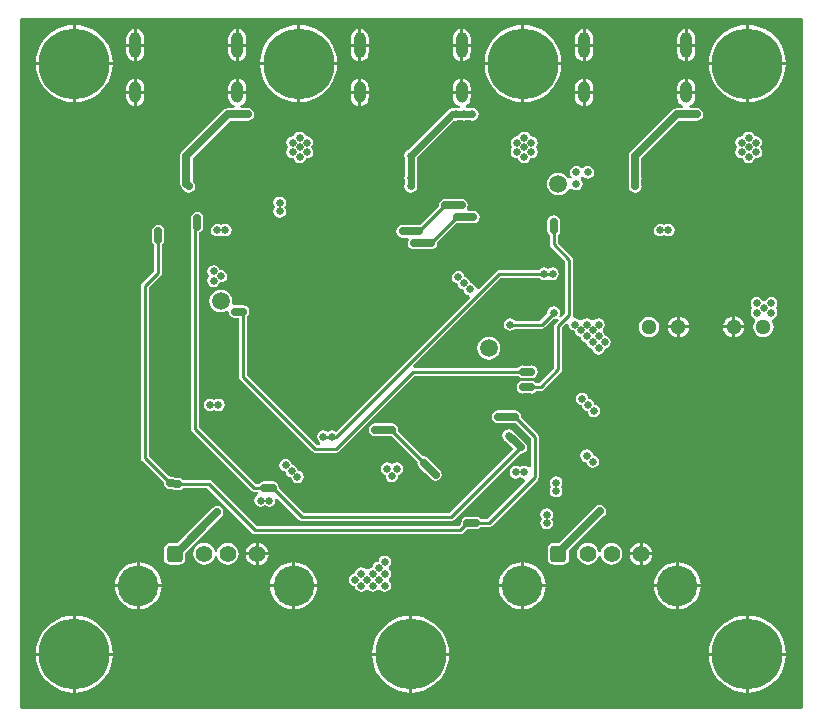
<source format=gbl>
G04*
G04 #@! TF.GenerationSoftware,Altium Limited,Altium Designer,20.0.13 (296)*
G04*
G04 Layer_Physical_Order=4*
G04 Layer_Color=16711680*
%FSLAX24Y24*%
%MOIN*%
G70*
G01*
G75*
%ADD10C,0.0098*%
G04:AMPARAMS|DCode=42|XSize=39.4mil|YSize=70.9mil|CornerRadius=19.7mil|HoleSize=0mil|Usage=FLASHONLY|Rotation=180.000|XOffset=0mil|YOffset=0mil|HoleType=Round|Shape=RoundedRectangle|*
%AMROUNDEDRECTD42*
21,1,0.0394,0.0315,0,0,180.0*
21,1,0.0000,0.0709,0,0,180.0*
1,1,0.0394,0.0000,0.0157*
1,1,0.0394,0.0000,0.0157*
1,1,0.0394,0.0000,-0.0157*
1,1,0.0394,0.0000,-0.0157*
%
%ADD42ROUNDEDRECTD42*%
G04:AMPARAMS|DCode=43|XSize=39.4mil|YSize=86.6mil|CornerRadius=19.7mil|HoleSize=0mil|Usage=FLASHONLY|Rotation=180.000|XOffset=0mil|YOffset=0mil|HoleType=Round|Shape=RoundedRectangle|*
%AMROUNDEDRECTD43*
21,1,0.0394,0.0472,0,0,180.0*
21,1,0.0000,0.0866,0,0,180.0*
1,1,0.0394,0.0000,0.0236*
1,1,0.0394,0.0000,0.0236*
1,1,0.0394,0.0000,-0.0236*
1,1,0.0394,0.0000,-0.0236*
%
%ADD43ROUNDEDRECTD43*%
%ADD49C,0.0100*%
%ADD50C,0.0230*%
%ADD51C,0.0250*%
%ADD57C,0.0591*%
%ADD58C,0.2362*%
%ADD59C,0.0559*%
G04:AMPARAMS|DCode=60|XSize=55.9mil|YSize=55.9mil|CornerRadius=14mil|HoleSize=0mil|Usage=FLASHONLY|Rotation=0.000|XOffset=0mil|YOffset=0mil|HoleType=Round|Shape=RoundedRectangle|*
%AMROUNDEDRECTD60*
21,1,0.0559,0.0280,0,0,0.0*
21,1,0.0280,0.0559,0,0,0.0*
1,1,0.0280,0.0140,-0.0140*
1,1,0.0280,-0.0140,-0.0140*
1,1,0.0280,-0.0140,0.0140*
1,1,0.0280,0.0140,0.0140*
%
%ADD60ROUNDEDRECTD60*%
%ADD61C,0.1358*%
%ADD62C,0.0512*%
%ADD63C,0.0256*%
G36*
X25984Y0D02*
X0D01*
Y22953D01*
X25984D01*
Y0D01*
D02*
G37*
%LPC*%
G36*
X3861Y22596D02*
Y22117D01*
X4110D01*
Y22303D01*
X4100Y22381D01*
X4070Y22453D01*
X4023Y22515D01*
X3961Y22562D01*
X3889Y22592D01*
X3861Y22596D01*
D02*
G37*
G36*
X14743D02*
Y22117D01*
X14992D01*
Y22303D01*
X14982Y22381D01*
X14952Y22453D01*
X14905Y22515D01*
X14843Y22562D01*
X14770Y22592D01*
X14743Y22596D01*
D02*
G37*
G36*
X7263Y22596D02*
Y22117D01*
X7512D01*
Y22303D01*
X7502Y22381D01*
X7472Y22453D01*
X7424Y22515D01*
X7362Y22562D01*
X7290Y22592D01*
X7263Y22596D01*
D02*
G37*
G36*
X18822D02*
Y22117D01*
X19071D01*
Y22303D01*
X19061Y22381D01*
X19031Y22453D01*
X18983Y22515D01*
X18921Y22562D01*
X18849Y22592D01*
X18822Y22596D01*
D02*
G37*
G36*
X11341Y22596D02*
Y22117D01*
X11591D01*
Y22303D01*
X11581Y22381D01*
X11551Y22453D01*
X11503Y22515D01*
X11441Y22562D01*
X11369Y22592D01*
X11341Y22596D01*
D02*
G37*
G36*
X22223D02*
Y22117D01*
X22473D01*
Y22303D01*
X22462Y22381D01*
X22433Y22453D01*
X22385Y22515D01*
X22323Y22562D01*
X22251Y22592D01*
X22223Y22596D01*
D02*
G37*
G36*
X22123Y22596D02*
X22096Y22592D01*
X22024Y22562D01*
X21962Y22515D01*
X21914Y22453D01*
X21884Y22381D01*
X21874Y22303D01*
Y22117D01*
X22123D01*
Y22596D01*
D02*
G37*
G36*
X11241D02*
X11214Y22592D01*
X11142Y22562D01*
X11080Y22515D01*
X11032Y22453D01*
X11002Y22381D01*
X10992Y22303D01*
Y22117D01*
X11241D01*
Y22596D01*
D02*
G37*
G36*
X7163Y22596D02*
X7135Y22592D01*
X7063Y22562D01*
X7001Y22515D01*
X6953Y22453D01*
X6923Y22381D01*
X6913Y22303D01*
Y22117D01*
X7163D01*
Y22596D01*
D02*
G37*
G36*
X18722D02*
X18694Y22592D01*
X18622Y22562D01*
X18560Y22515D01*
X18512Y22453D01*
X18482Y22381D01*
X18472Y22303D01*
Y22117D01*
X18722D01*
Y22596D01*
D02*
G37*
G36*
X14643Y22596D02*
X14615Y22592D01*
X14543Y22562D01*
X14481Y22515D01*
X14434Y22453D01*
X14404Y22381D01*
X14394Y22303D01*
Y22117D01*
X14643D01*
Y22596D01*
D02*
G37*
G36*
X3761D02*
X3734Y22592D01*
X3661Y22562D01*
X3599Y22515D01*
X3552Y22453D01*
X3522Y22381D01*
X3512Y22303D01*
Y22117D01*
X3761D01*
Y22596D01*
D02*
G37*
G36*
X4110Y22017D02*
X3861D01*
Y21538D01*
X3889Y21542D01*
X3961Y21571D01*
X4023Y21619D01*
X4070Y21681D01*
X4100Y21753D01*
X4110Y21831D01*
Y22017D01*
D02*
G37*
G36*
X22123D02*
X21874D01*
Y21831D01*
X21884Y21753D01*
X21914Y21681D01*
X21962Y21619D01*
X22024Y21571D01*
X22096Y21542D01*
X22123Y21538D01*
Y22017D01*
D02*
G37*
G36*
X14992D02*
X14743D01*
Y21538D01*
X14770Y21542D01*
X14843Y21571D01*
X14905Y21619D01*
X14952Y21681D01*
X14982Y21753D01*
X14992Y21831D01*
Y22017D01*
D02*
G37*
G36*
X11241D02*
X10992D01*
Y21831D01*
X11002Y21753D01*
X11032Y21681D01*
X11080Y21619D01*
X11142Y21571D01*
X11214Y21542D01*
X11241Y21538D01*
Y22017D01*
D02*
G37*
G36*
X19071D02*
X18822D01*
Y21538D01*
X18849Y21542D01*
X18921Y21571D01*
X18983Y21619D01*
X19031Y21681D01*
X19061Y21753D01*
X19071Y21831D01*
Y22017D01*
D02*
G37*
G36*
X7512D02*
X7263D01*
Y21538D01*
X7290Y21542D01*
X7362Y21571D01*
X7424Y21619D01*
X7472Y21681D01*
X7502Y21753D01*
X7512Y21831D01*
Y22017D01*
D02*
G37*
G36*
X18722D02*
X18472D01*
Y21831D01*
X18482Y21753D01*
X18512Y21681D01*
X18560Y21619D01*
X18622Y21571D01*
X18694Y21542D01*
X18722Y21538D01*
Y22017D01*
D02*
G37*
G36*
X7163D02*
X6913D01*
Y21831D01*
X6923Y21753D01*
X6953Y21681D01*
X7001Y21619D01*
X7063Y21571D01*
X7135Y21542D01*
X7163Y21538D01*
Y22017D01*
D02*
G37*
G36*
X11591D02*
X11341D01*
Y21538D01*
X11369Y21542D01*
X11441Y21571D01*
X11503Y21619D01*
X11551Y21681D01*
X11581Y21753D01*
X11591Y21831D01*
Y22017D01*
D02*
G37*
G36*
X14643D02*
X14394D01*
Y21831D01*
X14404Y21753D01*
X14434Y21681D01*
X14481Y21619D01*
X14543Y21571D01*
X14615Y21542D01*
X14643Y21538D01*
Y22017D01*
D02*
G37*
G36*
X22473D02*
X22223D01*
Y21538D01*
X22251Y21542D01*
X22323Y21571D01*
X22385Y21619D01*
X22433Y21681D01*
X22462Y21753D01*
X22473Y21831D01*
Y22017D01*
D02*
G37*
G36*
X3761D02*
X3512D01*
Y21831D01*
X3522Y21753D01*
X3552Y21681D01*
X3599Y21619D01*
X3661Y21571D01*
X3734Y21542D01*
X3761Y21538D01*
Y22017D01*
D02*
G37*
G36*
X24263Y22738D02*
Y21507D01*
X25494D01*
X25482Y21658D01*
X25435Y21854D01*
X25358Y22040D01*
X25252Y22212D01*
X25121Y22365D01*
X24968Y22496D01*
X24796Y22602D01*
X24610Y22679D01*
X24414Y22726D01*
X24263Y22738D01*
D02*
G37*
G36*
X24163D02*
X24012Y22726D01*
X23815Y22679D01*
X23629Y22602D01*
X23457Y22496D01*
X23304Y22365D01*
X23173Y22212D01*
X23068Y22040D01*
X22990Y21854D01*
X22943Y21658D01*
X22931Y21507D01*
X24163D01*
Y22738D01*
D02*
G37*
G36*
X16782D02*
Y21507D01*
X18013D01*
X18002Y21658D01*
X17954Y21854D01*
X17877Y22040D01*
X17772Y22212D01*
X17641Y22365D01*
X17488Y22496D01*
X17316Y22602D01*
X17129Y22679D01*
X16933Y22726D01*
X16782Y22738D01*
D02*
G37*
G36*
X16682D02*
X16531Y22726D01*
X16335Y22679D01*
X16149Y22602D01*
X15977Y22496D01*
X15824Y22365D01*
X15693Y22212D01*
X15587Y22040D01*
X15510Y21854D01*
X15463Y21658D01*
X15451Y21507D01*
X16682D01*
Y22738D01*
D02*
G37*
G36*
X9302D02*
Y21507D01*
X10533D01*
X10521Y21658D01*
X10474Y21854D01*
X10397Y22040D01*
X10292Y22212D01*
X10161Y22365D01*
X10007Y22496D01*
X9835Y22602D01*
X9649Y22679D01*
X9453Y22726D01*
X9302Y22738D01*
D02*
G37*
G36*
X9202D02*
X9051Y22726D01*
X8855Y22679D01*
X8669Y22602D01*
X8497Y22496D01*
X8343Y22365D01*
X8212Y22212D01*
X8107Y22040D01*
X8030Y21854D01*
X7983Y21658D01*
X7971Y21507D01*
X9202D01*
Y22738D01*
D02*
G37*
G36*
X1822D02*
Y21507D01*
X3053D01*
X3041Y21658D01*
X2994Y21854D01*
X2917Y22040D01*
X2811Y22212D01*
X2680Y22365D01*
X2527Y22496D01*
X2355Y22602D01*
X2169Y22679D01*
X1973Y22726D01*
X1822Y22738D01*
D02*
G37*
G36*
X1722D02*
X1571Y22726D01*
X1375Y22679D01*
X1188Y22602D01*
X1016Y22496D01*
X863Y22365D01*
X732Y22212D01*
X627Y22040D01*
X549Y21854D01*
X502Y21658D01*
X491Y21507D01*
X1722D01*
Y22738D01*
D02*
G37*
G36*
X3861Y20942D02*
Y20542D01*
X4110D01*
Y20650D01*
X4100Y20727D01*
X4070Y20799D01*
X4023Y20861D01*
X3961Y20909D01*
X3889Y20939D01*
X3861Y20942D01*
D02*
G37*
G36*
X14743D02*
Y20542D01*
X14992D01*
Y20650D01*
X14982Y20727D01*
X14952Y20799D01*
X14905Y20861D01*
X14843Y20909D01*
X14770Y20939D01*
X14743Y20942D01*
D02*
G37*
G36*
X7263Y20942D02*
Y20542D01*
X7512D01*
Y20650D01*
X7502Y20727D01*
X7472Y20799D01*
X7424Y20861D01*
X7362Y20909D01*
X7290Y20939D01*
X7263Y20942D01*
D02*
G37*
G36*
X18822D02*
Y20542D01*
X19071D01*
Y20650D01*
X19061Y20727D01*
X19031Y20799D01*
X18983Y20861D01*
X18921Y20909D01*
X18849Y20939D01*
X18822Y20942D01*
D02*
G37*
G36*
X11341Y20942D02*
Y20542D01*
X11591D01*
Y20650D01*
X11581Y20727D01*
X11551Y20799D01*
X11503Y20861D01*
X11441Y20909D01*
X11369Y20939D01*
X11341Y20942D01*
D02*
G37*
G36*
X22223D02*
Y20542D01*
X22473D01*
Y20650D01*
X22462Y20727D01*
X22433Y20799D01*
X22385Y20861D01*
X22323Y20909D01*
X22251Y20939D01*
X22223Y20942D01*
D02*
G37*
G36*
X22123Y20942D02*
X22096Y20939D01*
X22024Y20909D01*
X21962Y20861D01*
X21914Y20799D01*
X21884Y20727D01*
X21874Y20650D01*
Y20542D01*
X22123D01*
Y20942D01*
D02*
G37*
G36*
X11241D02*
X11214Y20939D01*
X11142Y20909D01*
X11080Y20861D01*
X11032Y20799D01*
X11002Y20727D01*
X10992Y20650D01*
Y20542D01*
X11241D01*
Y20942D01*
D02*
G37*
G36*
X7163Y20942D02*
X7135Y20939D01*
X7063Y20909D01*
X7001Y20861D01*
X6953Y20799D01*
X6923Y20727D01*
X6913Y20650D01*
Y20542D01*
X7163D01*
Y20942D01*
D02*
G37*
G36*
X18722D02*
X18694Y20939D01*
X18622Y20909D01*
X18560Y20861D01*
X18512Y20799D01*
X18482Y20727D01*
X18472Y20650D01*
Y20542D01*
X18722D01*
Y20942D01*
D02*
G37*
G36*
X14643Y20942D02*
X14615Y20939D01*
X14543Y20909D01*
X14481Y20861D01*
X14434Y20799D01*
X14404Y20727D01*
X14394Y20650D01*
Y20542D01*
X14643D01*
Y20942D01*
D02*
G37*
G36*
X3761D02*
X3734Y20939D01*
X3661Y20909D01*
X3599Y20861D01*
X3552Y20799D01*
X3522Y20727D01*
X3512Y20650D01*
Y20542D01*
X3761D01*
Y20942D01*
D02*
G37*
G36*
X25494Y21407D02*
X24263D01*
Y20176D01*
X24414Y20187D01*
X24610Y20235D01*
X24796Y20312D01*
X24968Y20417D01*
X25121Y20548D01*
X25252Y20701D01*
X25358Y20873D01*
X25435Y21060D01*
X25482Y21256D01*
X25494Y21407D01*
D02*
G37*
G36*
X24163D02*
X22931D01*
X22943Y21256D01*
X22990Y21060D01*
X23068Y20873D01*
X23173Y20701D01*
X23304Y20548D01*
X23457Y20417D01*
X23629Y20312D01*
X23815Y20235D01*
X24012Y20187D01*
X24163Y20176D01*
Y21407D01*
D02*
G37*
G36*
X18013D02*
X16782D01*
Y20176D01*
X16933Y20187D01*
X17129Y20235D01*
X17316Y20312D01*
X17488Y20417D01*
X17641Y20548D01*
X17772Y20701D01*
X17877Y20873D01*
X17954Y21060D01*
X18002Y21256D01*
X18013Y21407D01*
D02*
G37*
G36*
X16682D02*
X15451D01*
X15463Y21256D01*
X15510Y21060D01*
X15587Y20873D01*
X15693Y20701D01*
X15824Y20548D01*
X15977Y20417D01*
X16149Y20312D01*
X16335Y20235D01*
X16531Y20187D01*
X16682Y20176D01*
Y21407D01*
D02*
G37*
G36*
X10533D02*
X9302D01*
Y20176D01*
X9453Y20187D01*
X9649Y20235D01*
X9835Y20312D01*
X10007Y20417D01*
X10161Y20548D01*
X10292Y20701D01*
X10397Y20873D01*
X10474Y21060D01*
X10521Y21256D01*
X10533Y21407D01*
D02*
G37*
G36*
X9202D02*
X7971D01*
X7983Y21256D01*
X8030Y21060D01*
X8107Y20873D01*
X8212Y20701D01*
X8343Y20548D01*
X8497Y20417D01*
X8669Y20312D01*
X8855Y20235D01*
X9051Y20187D01*
X9202Y20176D01*
Y21407D01*
D02*
G37*
G36*
X3053D02*
X1822D01*
Y20176D01*
X1973Y20187D01*
X2169Y20235D01*
X2355Y20312D01*
X2527Y20417D01*
X2680Y20548D01*
X2811Y20701D01*
X2917Y20873D01*
X2994Y21060D01*
X3041Y21256D01*
X3053Y21407D01*
D02*
G37*
G36*
X1722D02*
X491D01*
X502Y21256D01*
X549Y21060D01*
X627Y20873D01*
X732Y20701D01*
X863Y20548D01*
X1016Y20417D01*
X1188Y20312D01*
X1375Y20235D01*
X1571Y20187D01*
X1722Y20176D01*
Y21407D01*
D02*
G37*
G36*
X4110Y20442D02*
X3861D01*
Y20042D01*
X3889Y20045D01*
X3961Y20075D01*
X4023Y20123D01*
X4070Y20185D01*
X4100Y20257D01*
X4110Y20335D01*
Y20442D01*
D02*
G37*
G36*
X11241D02*
X10992D01*
Y20335D01*
X11002Y20257D01*
X11032Y20185D01*
X11080Y20123D01*
X11142Y20075D01*
X11214Y20045D01*
X11241Y20042D01*
Y20442D01*
D02*
G37*
G36*
X19071D02*
X18822D01*
Y20042D01*
X18849Y20045D01*
X18921Y20075D01*
X18983Y20123D01*
X19031Y20185D01*
X19061Y20257D01*
X19071Y20335D01*
Y20442D01*
D02*
G37*
G36*
X18722D02*
X18472D01*
Y20335D01*
X18482Y20257D01*
X18512Y20185D01*
X18560Y20123D01*
X18622Y20075D01*
X18694Y20045D01*
X18722Y20042D01*
Y20442D01*
D02*
G37*
G36*
X11591D02*
X11341D01*
Y20042D01*
X11369Y20045D01*
X11441Y20075D01*
X11503Y20123D01*
X11551Y20185D01*
X11581Y20257D01*
X11591Y20335D01*
Y20442D01*
D02*
G37*
G36*
X3761D02*
X3512D01*
Y20335D01*
X3522Y20257D01*
X3552Y20185D01*
X3599Y20123D01*
X3661Y20075D01*
X3734Y20045D01*
X3761Y20042D01*
Y20442D01*
D02*
G37*
G36*
X22473D02*
X22173D01*
X21874D01*
Y20335D01*
X21884Y20257D01*
X21914Y20185D01*
X21962Y20123D01*
X22024Y20075D01*
X22078Y20053D01*
X22062Y19973D01*
X21984D01*
X21969Y19976D01*
X21953Y19973D01*
X21850D01*
X21850Y19973D01*
X21770Y19957D01*
X21703Y19912D01*
X20335Y18544D01*
X20323Y18536D01*
X20277Y18467D01*
X20260Y18386D01*
X20263Y18371D01*
Y17653D01*
X20260Y17638D01*
X20263Y17623D01*
Y17377D01*
X20260Y17362D01*
X20277Y17281D01*
X20323Y17212D01*
X20391Y17166D01*
X20472Y17150D01*
X20554Y17166D01*
X20622Y17212D01*
X20668Y17281D01*
X20684Y17362D01*
X20681Y17377D01*
Y17623D01*
X20684Y17638D01*
X20681Y17653D01*
Y18299D01*
X21937Y19555D01*
X21953D01*
X21969Y19552D01*
X21984Y19555D01*
X22229D01*
X22244Y19552D01*
X22259Y19555D01*
X22505D01*
X22520Y19552D01*
X22601Y19568D01*
X22670Y19614D01*
X22716Y19683D01*
X22732Y19764D01*
X22716Y19845D01*
X22670Y19914D01*
X22601Y19960D01*
X22520Y19976D01*
X22505Y19973D01*
X22284D01*
X22268Y20053D01*
X22323Y20075D01*
X22385Y20123D01*
X22433Y20185D01*
X22462Y20257D01*
X22473Y20335D01*
Y20442D01*
D02*
G37*
G36*
X7512D02*
X7213D01*
X6913D01*
Y20335D01*
X6923Y20257D01*
X6953Y20185D01*
X7001Y20123D01*
X7063Y20075D01*
X7117Y20053D01*
X7101Y19973D01*
X7023D01*
X7008Y19976D01*
X6993Y19973D01*
X6890D01*
X6890Y19973D01*
X6810Y19957D01*
X6742Y19912D01*
X5375Y18544D01*
X5362Y18536D01*
X5316Y18467D01*
X5300Y18386D01*
X5303Y18371D01*
Y17653D01*
X5300Y17638D01*
X5303Y17623D01*
Y17441D01*
X5303Y17441D01*
X5319Y17361D01*
X5364Y17293D01*
X5432Y17225D01*
X5441Y17212D01*
X5509Y17166D01*
X5591Y17150D01*
X5672Y17166D01*
X5740Y17212D01*
X5786Y17281D01*
X5803Y17362D01*
X5786Y17443D01*
X5740Y17512D01*
X5728Y17521D01*
X5721Y17528D01*
Y17623D01*
X5724Y17638D01*
X5721Y17653D01*
Y18299D01*
X6976Y19555D01*
X6993D01*
X7008Y19552D01*
X7023Y19555D01*
X7268D01*
X7283Y19552D01*
X7299Y19555D01*
X7544D01*
X7559Y19552D01*
X7640Y19568D01*
X7709Y19614D01*
X7755Y19683D01*
X7771Y19764D01*
X7755Y19845D01*
X7709Y19914D01*
X7640Y19960D01*
X7559Y19976D01*
X7544Y19973D01*
X7324D01*
X7308Y20053D01*
X7362Y20075D01*
X7424Y20123D01*
X7472Y20185D01*
X7502Y20257D01*
X7512Y20335D01*
Y20442D01*
D02*
G37*
G36*
X14992D02*
X14693D01*
X14394D01*
Y20335D01*
X14404Y20257D01*
X14434Y20185D01*
X14481Y20123D01*
X14543Y20075D01*
X14615Y20045D01*
X14637Y20043D01*
X14632Y19963D01*
X14555D01*
X14488Y19976D01*
X14422Y19963D01*
X14370D01*
X14294Y19947D01*
X14229Y19904D01*
X12898Y18573D01*
X12842Y18536D01*
X12796Y18467D01*
X12780Y18386D01*
X12793Y18319D01*
Y17704D01*
X12780Y17638D01*
X12793Y17571D01*
Y17429D01*
X12780Y17362D01*
X12796Y17281D01*
X12842Y17212D01*
X12911Y17166D01*
X12992Y17150D01*
X13073Y17166D01*
X13142Y17212D01*
X13188Y17281D01*
X13204Y17362D01*
X13191Y17429D01*
Y17571D01*
X13204Y17638D01*
X13191Y17704D01*
Y18303D01*
X14447Y19560D01*
X14488Y19552D01*
X14555Y19565D01*
X14697D01*
X14764Y19552D01*
X14830Y19565D01*
X14973D01*
X15039Y19552D01*
X15121Y19568D01*
X15189Y19614D01*
X15235Y19683D01*
X15251Y19764D01*
X15235Y19845D01*
X15189Y19914D01*
X15121Y19960D01*
X15039Y19976D01*
X14973Y19963D01*
X14857D01*
X14832Y19984D01*
X14842Y20073D01*
X14847Y20079D01*
X14905Y20123D01*
X14952Y20185D01*
X14982Y20257D01*
X14992Y20335D01*
Y20442D01*
D02*
G37*
G36*
X24252Y19188D02*
X24171Y19172D01*
X24102Y19126D01*
X24056Y19058D01*
X24049Y19024D01*
X24016Y19031D01*
X23935Y19015D01*
X23866Y18969D01*
X23820Y18900D01*
X23804Y18819D01*
X23820Y18738D01*
X23828Y18725D01*
X23862Y18661D01*
X23828Y18598D01*
X23820Y18585D01*
X23804Y18504D01*
X23820Y18423D01*
X23866Y18354D01*
X23935Y18308D01*
X24016Y18292D01*
X24049Y18299D01*
X24056Y18265D01*
X24102Y18197D01*
X24171Y18151D01*
X24252Y18134D01*
X24333Y18151D01*
X24402Y18197D01*
X24448Y18265D01*
X24454Y18299D01*
X24488Y18292D01*
X24569Y18308D01*
X24638Y18354D01*
X24684Y18423D01*
X24700Y18504D01*
X24684Y18585D01*
X24676Y18598D01*
X24642Y18661D01*
X24676Y18725D01*
X24684Y18738D01*
X24700Y18819D01*
X24684Y18900D01*
X24638Y18969D01*
X24569Y19015D01*
X24488Y19031D01*
X24454Y19024D01*
X24448Y19058D01*
X24402Y19126D01*
X24333Y19172D01*
X24252Y19188D01*
D02*
G37*
G36*
X16772D02*
X16691Y19172D01*
X16622Y19126D01*
X16576Y19058D01*
X16569Y19024D01*
X16535Y19031D01*
X16454Y19015D01*
X16386Y18969D01*
X16340Y18900D01*
X16323Y18819D01*
X16340Y18738D01*
X16348Y18725D01*
X16382Y18661D01*
X16348Y18598D01*
X16340Y18585D01*
X16323Y18504D01*
X16340Y18423D01*
X16386Y18354D01*
X16454Y18308D01*
X16535Y18292D01*
X16569Y18299D01*
X16576Y18265D01*
X16622Y18197D01*
X16691Y18151D01*
X16772Y18134D01*
X16853Y18151D01*
X16922Y18197D01*
X16968Y18265D01*
X16974Y18299D01*
X17008Y18292D01*
X17089Y18308D01*
X17158Y18354D01*
X17204Y18423D01*
X17220Y18504D01*
X17204Y18585D01*
X17195Y18598D01*
X17162Y18661D01*
X17195Y18725D01*
X17204Y18738D01*
X17220Y18819D01*
X17204Y18900D01*
X17158Y18969D01*
X17089Y19015D01*
X17008Y19031D01*
X16974Y19024D01*
X16968Y19058D01*
X16922Y19126D01*
X16853Y19172D01*
X16772Y19188D01*
D02*
G37*
G36*
X9291D02*
X9210Y19172D01*
X9141Y19126D01*
X9095Y19058D01*
X9089Y19024D01*
X9055Y19031D01*
X8974Y19015D01*
X8905Y18969D01*
X8859Y18900D01*
X8843Y18819D01*
X8859Y18738D01*
X8868Y18725D01*
X8901Y18661D01*
X8868Y18598D01*
X8859Y18585D01*
X8843Y18504D01*
X8859Y18423D01*
X8905Y18354D01*
X8974Y18308D01*
X9055Y18292D01*
X9089Y18299D01*
X9095Y18265D01*
X9141Y18197D01*
X9210Y18151D01*
X9291Y18134D01*
X9372Y18151D01*
X9441Y18197D01*
X9487Y18265D01*
X9494Y18299D01*
X9528Y18292D01*
X9609Y18308D01*
X9677Y18354D01*
X9723Y18423D01*
X9740Y18504D01*
X9723Y18585D01*
X9715Y18598D01*
X9681Y18661D01*
X9715Y18725D01*
X9723Y18738D01*
X9740Y18819D01*
X9723Y18900D01*
X9677Y18969D01*
X9609Y19015D01*
X9528Y19031D01*
X9494Y19024D01*
X9487Y19058D01*
X9441Y19126D01*
X9372Y19172D01*
X9291Y19188D01*
D02*
G37*
G36*
X18898Y18047D02*
X18816Y18031D01*
X18748Y17985D01*
X18654D01*
X18585Y18031D01*
X18504Y18047D01*
X18423Y18031D01*
X18354Y17985D01*
X18308Y17916D01*
X18292Y17835D01*
X18308Y17754D01*
X18354Y17685D01*
Y17661D01*
X18326Y17635D01*
X18297Y17634D01*
X18225Y17652D01*
X18181Y17709D01*
X18103Y17769D01*
X18011Y17807D01*
X17913Y17819D01*
X17815Y17807D01*
X17724Y17769D01*
X17646Y17709D01*
X17586Y17630D01*
X17548Y17539D01*
X17535Y17441D01*
X17548Y17343D01*
X17586Y17252D01*
X17646Y17173D01*
X17724Y17113D01*
X17815Y17075D01*
X17913Y17062D01*
X18011Y17075D01*
X18103Y17113D01*
X18181Y17173D01*
X18241Y17252D01*
X18258Y17291D01*
X18348Y17300D01*
X18354Y17291D01*
X18423Y17245D01*
X18504Y17229D01*
X18585Y17245D01*
X18654Y17291D01*
X18700Y17360D01*
X18716Y17441D01*
X18700Y17522D01*
X18654Y17591D01*
Y17685D01*
X18748D01*
X18816Y17639D01*
X18898Y17623D01*
X18979Y17639D01*
X19048Y17685D01*
X19094Y17754D01*
X19110Y17835D01*
X19094Y17916D01*
X19048Y17985D01*
X18979Y18031D01*
X18898Y18047D01*
D02*
G37*
G36*
X14685Y16944D02*
X14670Y16941D01*
X14425D01*
X14409Y16944D01*
X14394Y16941D01*
X14149D01*
X14134Y16944D01*
X14053Y16928D01*
X13984Y16882D01*
X13938Y16813D01*
X13922Y16732D01*
X13926Y16712D01*
X13288Y16074D01*
X13268Y16078D01*
X13253Y16075D01*
X13007D01*
X12992Y16078D01*
X12977Y16075D01*
X12732D01*
X12717Y16078D01*
X12635Y16062D01*
X12567Y16016D01*
X12521Y15947D01*
X12505Y15866D01*
X12521Y15785D01*
X12567Y15716D01*
X12635Y15670D01*
X12717Y15654D01*
X12732Y15657D01*
X12887D01*
X12930Y15577D01*
X12914Y15554D01*
X12898Y15472D01*
X12914Y15391D01*
X12960Y15323D01*
X13029Y15277D01*
X13110Y15260D01*
X13125Y15263D01*
X13371D01*
X13386Y15260D01*
X13401Y15263D01*
X13646D01*
X13661Y15260D01*
X13743Y15277D01*
X13811Y15323D01*
X13857Y15391D01*
X13873Y15472D01*
X13869Y15493D01*
X14507Y16131D01*
X14528Y16127D01*
X14543Y16130D01*
X14788D01*
X14803Y16127D01*
X14818Y16130D01*
X15064D01*
X15079Y16127D01*
X15160Y16143D01*
X15229Y16189D01*
X15275Y16257D01*
X15291Y16339D01*
X15275Y16420D01*
X15229Y16489D01*
X15160Y16534D01*
X15079Y16551D01*
X15064Y16548D01*
X14908D01*
X14865Y16628D01*
X14881Y16651D01*
X14897Y16732D01*
X14881Y16813D01*
X14835Y16882D01*
X14766Y16928D01*
X14685Y16944D01*
D02*
G37*
G36*
X8622Y17023D02*
X8541Y17007D01*
X8472Y16961D01*
X8426Y16892D01*
X8410Y16811D01*
X8426Y16730D01*
X8464Y16673D01*
X8426Y16617D01*
X8410Y16535D01*
X8426Y16454D01*
X8472Y16386D01*
X8541Y16340D01*
X8622Y16323D01*
X8703Y16340D01*
X8772Y16386D01*
X8818Y16454D01*
X8834Y16535D01*
X8818Y16617D01*
X8780Y16673D01*
X8818Y16730D01*
X8834Y16811D01*
X8818Y16892D01*
X8772Y16961D01*
X8703Y17007D01*
X8622Y17023D01*
D02*
G37*
G36*
X21575Y16118D02*
X21494Y16101D01*
X21437Y16064D01*
X21380Y16101D01*
X21299Y16118D01*
X21218Y16101D01*
X21149Y16055D01*
X21103Y15987D01*
X21087Y15906D01*
X21103Y15824D01*
X21149Y15756D01*
X21218Y15710D01*
X21299Y15693D01*
X21380Y15710D01*
X21437Y15747D01*
X21494Y15710D01*
X21575Y15693D01*
X21656Y15710D01*
X21725Y15756D01*
X21771Y15824D01*
X21787Y15906D01*
X21771Y15987D01*
X21725Y16055D01*
X21656Y16101D01*
X21575Y16118D01*
D02*
G37*
G36*
X6811D02*
X6730Y16101D01*
X6673Y16064D01*
X6617Y16101D01*
X6535Y16118D01*
X6454Y16101D01*
X6386Y16055D01*
X6340Y15987D01*
X6323Y15906D01*
X6340Y15824D01*
X6386Y15756D01*
X6454Y15710D01*
X6535Y15693D01*
X6617Y15710D01*
X6673Y15747D01*
X6730Y15710D01*
X6811Y15693D01*
X6892Y15710D01*
X6961Y15756D01*
X7007Y15824D01*
X7023Y15906D01*
X7007Y15987D01*
X6961Y16055D01*
X6892Y16101D01*
X6811Y16118D01*
D02*
G37*
G36*
X17717Y14661D02*
X17635Y14645D01*
X17579Y14607D01*
X17522Y14645D01*
X17441Y14661D01*
X17360Y14645D01*
X17291Y14599D01*
X17279Y14581D01*
X15945D01*
X15894Y14571D01*
X15851Y14543D01*
X15249Y13940D01*
X15166Y13971D01*
X15157Y14018D01*
X15111Y14087D01*
X15042Y14133D01*
X14973Y14147D01*
X14960Y14215D01*
X14914Y14284D01*
X14845Y14330D01*
X14776Y14343D01*
X14763Y14412D01*
X14717Y14481D01*
X14648Y14527D01*
X14567Y14543D01*
X14486Y14527D01*
X14417Y14481D01*
X14371Y14412D01*
X14355Y14331D01*
X14371Y14250D01*
X14417Y14181D01*
X14486Y14135D01*
X14554Y14121D01*
X14568Y14053D01*
X14614Y13984D01*
X14683Y13938D01*
X14751Y13924D01*
X14765Y13856D01*
X14811Y13787D01*
X14879Y13741D01*
X14927Y13732D01*
X14958Y13649D01*
X10486Y9178D01*
X10435Y9212D01*
X10354Y9228D01*
X10273Y9212D01*
X10217Y9174D01*
X10160Y9212D01*
X10079Y9228D01*
X9998Y9212D01*
X9929Y9166D01*
X9883Y9097D01*
X9867Y9016D01*
X9883Y8935D01*
X9929Y8866D01*
X9976Y8835D01*
X9951Y8755D01*
X9858D01*
X7534Y11079D01*
Y13027D01*
X7552Y13039D01*
X7597Y13108D01*
X7614Y13189D01*
X7597Y13270D01*
X7552Y13339D01*
X7483Y13385D01*
X7402Y13401D01*
X7386Y13398D01*
X7141D01*
X7126Y13401D01*
X7084Y13393D01*
X7049Y13421D01*
X7021Y13458D01*
X7032Y13543D01*
X7019Y13641D01*
X6981Y13733D01*
X6921Y13811D01*
X6843Y13871D01*
X6752Y13909D01*
X6654Y13922D01*
X6556Y13909D01*
X6464Y13871D01*
X6386Y13811D01*
X6326Y13733D01*
X6288Y13641D01*
X6275Y13543D01*
X6288Y13445D01*
X6326Y13354D01*
X6386Y13276D01*
X6464Y13216D01*
X6556Y13178D01*
X6654Y13165D01*
X6752Y13178D01*
X6837Y13213D01*
X6863Y13205D01*
X6917Y13172D01*
X6930Y13108D01*
X6976Y13039D01*
X7045Y12993D01*
X7126Y12977D01*
X7141Y12980D01*
X7269D01*
Y11024D01*
X7279Y10973D01*
X7308Y10930D01*
X9709Y8528D01*
X9752Y8500D01*
X9803Y8490D01*
X10512D01*
X10563Y8500D01*
X10606Y8528D01*
X13126Y11049D01*
X16571D01*
X16582Y11031D01*
X16651Y10985D01*
X16732Y10969D01*
X16747Y10972D01*
X16993D01*
X17008Y10969D01*
X17089Y10985D01*
X17158Y11031D01*
X17204Y11100D01*
X17220Y11181D01*
X17204Y11262D01*
X17158Y11331D01*
X17089Y11377D01*
X17008Y11393D01*
X16993Y11390D01*
X16747D01*
X16732Y11393D01*
X16651Y11377D01*
X16582Y11331D01*
X16571Y11314D01*
X13110D01*
X13077Y11394D01*
X16000Y14316D01*
X17279D01*
X17291Y14299D01*
X17360Y14253D01*
X17441Y14237D01*
X17522Y14253D01*
X17579Y14291D01*
X17635Y14253D01*
X17717Y14237D01*
X17798Y14253D01*
X17866Y14299D01*
X17912Y14368D01*
X17929Y14449D01*
X17912Y14530D01*
X17866Y14599D01*
X17798Y14645D01*
X17717Y14661D01*
D02*
G37*
G36*
X6417Y14740D02*
X6336Y14723D01*
X6267Y14677D01*
X6221Y14609D01*
X6205Y14528D01*
X6221Y14446D01*
X6230Y14434D01*
X6263Y14370D01*
X6230Y14306D01*
X6221Y14294D01*
X6205Y14213D01*
X6221Y14131D01*
X6267Y14063D01*
X6336Y14017D01*
X6417Y14001D01*
X6498Y14017D01*
X6567Y14063D01*
X6613Y14131D01*
X6620Y14165D01*
X6654Y14158D01*
X6735Y14174D01*
X6803Y14220D01*
X6849Y14289D01*
X6866Y14370D01*
X6849Y14451D01*
X6803Y14520D01*
X6735Y14566D01*
X6654Y14582D01*
X6620Y14575D01*
X6613Y14609D01*
X6567Y14677D01*
X6498Y14723D01*
X6417Y14740D01*
D02*
G37*
G36*
X25000Y13677D02*
X24919Y13660D01*
X24850Y13614D01*
X24805Y13547D01*
X24799Y13546D01*
X24728D01*
X24723Y13547D01*
X24677Y13614D01*
X24609Y13660D01*
X24528Y13677D01*
X24446Y13660D01*
X24378Y13614D01*
X24332Y13546D01*
X24316Y13465D01*
X24332Y13383D01*
X24340Y13371D01*
X24374Y13307D01*
X24340Y13243D01*
X24332Y13231D01*
X24316Y13150D01*
X24332Y13068D01*
X24378Y13000D01*
X24437Y12960D01*
X24449Y12941D01*
X24467Y12868D01*
X24451Y12847D01*
X24417Y12765D01*
X24405Y12677D01*
X24417Y12589D01*
X24451Y12508D01*
X24505Y12438D01*
X24575Y12384D01*
X24656Y12350D01*
X24744Y12338D01*
X24832Y12350D01*
X24913Y12384D01*
X24984Y12438D01*
X25038Y12508D01*
X25071Y12589D01*
X25083Y12677D01*
X25071Y12765D01*
X25038Y12847D01*
X25026Y12861D01*
X25059Y12949D01*
X25081Y12954D01*
X25150Y13000D01*
X25196Y13068D01*
X25212Y13150D01*
X25196Y13231D01*
X25187Y13243D01*
X25154Y13307D01*
X25187Y13371D01*
X25196Y13383D01*
X25212Y13465D01*
X25196Y13546D01*
X25150Y13614D01*
X25081Y13660D01*
X25000Y13677D01*
D02*
G37*
G36*
X17756Y16393D02*
X17675Y16377D01*
X17606Y16331D01*
X17560Y16262D01*
X17544Y16181D01*
X17547Y16166D01*
Y15921D01*
X17544Y15906D01*
X17560Y15824D01*
X17606Y15756D01*
X17623Y15744D01*
Y15433D01*
X17633Y15382D01*
X17662Y15339D01*
X18135Y14866D01*
Y13126D01*
X17988Y12978D01*
X17926Y13029D01*
X17929Y13035D01*
X17952Y13068D01*
X17968Y13150D01*
X17952Y13231D01*
X17906Y13300D01*
X17837Y13345D01*
X17756Y13362D01*
X17675Y13345D01*
X17606Y13300D01*
X17560Y13231D01*
X17544Y13150D01*
X17548Y13129D01*
X17307Y12888D01*
X16461D01*
X16449Y12906D01*
X16380Y12952D01*
X16299Y12968D01*
X16218Y12952D01*
X16149Y12906D01*
X16103Y12837D01*
X16087Y12756D01*
X16103Y12675D01*
X16149Y12606D01*
X16218Y12560D01*
X16299Y12544D01*
X16380Y12560D01*
X16449Y12606D01*
X16461Y12623D01*
X17362D01*
X17413Y12633D01*
X17456Y12662D01*
X17735Y12942D01*
X17756Y12938D01*
X17837Y12954D01*
X17870Y12976D01*
X17876Y12980D01*
X17927Y12918D01*
X17820Y12810D01*
X17791Y12767D01*
X17781Y12717D01*
Y11315D01*
X17268Y10802D01*
X17169D01*
X17158Y10819D01*
X17089Y10865D01*
X17008Y10881D01*
X16993Y10878D01*
X16747D01*
X16732Y10881D01*
X16651Y10865D01*
X16582Y10819D01*
X16536Y10750D01*
X16520Y10669D01*
X16536Y10588D01*
X16582Y10519D01*
X16651Y10473D01*
X16732Y10457D01*
X16747Y10460D01*
X16993D01*
X17008Y10457D01*
X17089Y10473D01*
X17158Y10519D01*
X17169Y10537D01*
X17323D01*
X17374Y10547D01*
X17417Y10576D01*
X18007Y11166D01*
X18036Y11209D01*
X18046Y11260D01*
Y12662D01*
X18179Y12794D01*
X18253Y12756D01*
X18269Y12675D01*
X18315Y12606D01*
X18383Y12560D01*
X18452Y12546D01*
X18466Y12478D01*
X18511Y12409D01*
X18580Y12363D01*
X18649Y12350D01*
X18662Y12281D01*
X18708Y12212D01*
X18777Y12166D01*
X18846Y12153D01*
X18859Y12084D01*
X18905Y12015D01*
X18974Y11969D01*
X19042Y11956D01*
X19056Y11887D01*
X19102Y11819D01*
X19171Y11773D01*
X19252Y11756D01*
X19333Y11773D01*
X19402Y11819D01*
X19448Y11887D01*
X19461Y11956D01*
X19530Y11969D01*
X19599Y12015D01*
X19645Y12084D01*
X19661Y12165D01*
X19645Y12246D01*
X19599Y12315D01*
X19530Y12361D01*
X19461Y12375D01*
X19448Y12443D01*
X19402Y12512D01*
Y12606D01*
X19448Y12675D01*
X19464Y12756D01*
X19448Y12837D01*
X19402Y12906D01*
X19333Y12952D01*
X19252Y12968D01*
X19171Y12952D01*
X19102Y12906D01*
X19008D01*
X18939Y12952D01*
X18858Y12968D01*
X18777Y12952D01*
X18708Y12906D01*
X18614D01*
X18546Y12952D01*
X18465Y12968D01*
X18449Y12965D01*
X18424Y12988D01*
X18393Y13035D01*
X18400Y13071D01*
Y14921D01*
X18390Y14972D01*
X18361Y15015D01*
X17888Y15488D01*
Y15744D01*
X17906Y15756D01*
X17952Y15824D01*
X17968Y15906D01*
X17965Y15921D01*
Y16166D01*
X17968Y16181D01*
X17952Y16262D01*
X17906Y16331D01*
X17837Y16377D01*
X17756Y16393D01*
D02*
G37*
G36*
X21959Y13030D02*
Y12727D01*
X22262D01*
X22256Y12770D01*
X22220Y12857D01*
X22163Y12931D01*
X22089Y12988D01*
X22002Y13024D01*
X21959Y13030D01*
D02*
G37*
G36*
X21859D02*
X21817Y13024D01*
X21730Y12988D01*
X21656Y12931D01*
X21599Y12857D01*
X21563Y12770D01*
X21557Y12727D01*
X21859D01*
Y13030D01*
D02*
G37*
G36*
X23810Y13030D02*
Y12727D01*
X24112D01*
X24107Y12770D01*
X24071Y12857D01*
X24014Y12931D01*
X23939Y12988D01*
X23853Y13024D01*
X23810Y13030D01*
D02*
G37*
G36*
X23710Y13030D02*
X23667Y13024D01*
X23580Y12988D01*
X23506Y12931D01*
X23449Y12857D01*
X23413Y12770D01*
X23407Y12727D01*
X23710D01*
Y13030D01*
D02*
G37*
G36*
X20925Y13016D02*
X20838Y13004D01*
X20756Y12971D01*
X20686Y12917D01*
X20632Y12847D01*
X20598Y12765D01*
X20586Y12677D01*
X20598Y12589D01*
X20632Y12508D01*
X20686Y12438D01*
X20756Y12384D01*
X20838Y12350D01*
X20925Y12338D01*
X21013Y12350D01*
X21095Y12384D01*
X21165Y12438D01*
X21219Y12508D01*
X21252Y12589D01*
X21264Y12677D01*
X21252Y12765D01*
X21219Y12847D01*
X21165Y12917D01*
X21095Y12971D01*
X21013Y13004D01*
X20925Y13016D01*
D02*
G37*
G36*
X24112Y12627D02*
X23810D01*
Y12325D01*
X23853Y12330D01*
X23939Y12366D01*
X24014Y12423D01*
X24071Y12498D01*
X24107Y12584D01*
X24112Y12627D01*
D02*
G37*
G36*
X22262Y12627D02*
X21959D01*
Y12325D01*
X22002Y12330D01*
X22089Y12366D01*
X22163Y12423D01*
X22220Y12498D01*
X22256Y12584D01*
X22262Y12627D01*
D02*
G37*
G36*
X21859D02*
X21557D01*
X21563Y12584D01*
X21599Y12498D01*
X21656Y12423D01*
X21730Y12366D01*
X21817Y12330D01*
X21859Y12325D01*
Y12627D01*
D02*
G37*
G36*
X23710Y12627D02*
X23407D01*
X23413Y12584D01*
X23449Y12498D01*
X23506Y12423D01*
X23580Y12366D01*
X23667Y12330D01*
X23710Y12325D01*
Y12627D01*
D02*
G37*
G36*
X15591Y12347D02*
X15493Y12334D01*
X15401Y12296D01*
X15323Y12236D01*
X15263Y12158D01*
X15225Y12066D01*
X15212Y11968D01*
X15225Y11871D01*
X15263Y11779D01*
X15323Y11701D01*
X15401Y11641D01*
X15493Y11603D01*
X15591Y11590D01*
X15689Y11603D01*
X15780Y11641D01*
X15858Y11701D01*
X15918Y11779D01*
X15956Y11871D01*
X15969Y11968D01*
X15956Y12066D01*
X15918Y12158D01*
X15858Y12236D01*
X15780Y12296D01*
X15689Y12334D01*
X15591Y12347D01*
D02*
G37*
G36*
X6575Y10291D02*
X6494Y10275D01*
X6437Y10237D01*
X6380Y10275D01*
X6299Y10291D01*
X6218Y10275D01*
X6149Y10229D01*
X6103Y10160D01*
X6087Y10079D01*
X6103Y9998D01*
X6149Y9929D01*
X6218Y9883D01*
X6299Y9867D01*
X6380Y9883D01*
X6437Y9921D01*
X6494Y9883D01*
X6575Y9867D01*
X6656Y9883D01*
X6725Y9929D01*
X6771Y9998D01*
X6787Y10079D01*
X6771Y10160D01*
X6725Y10229D01*
X6656Y10275D01*
X6575Y10291D01*
D02*
G37*
G36*
X18701Y10488D02*
X18620Y10471D01*
X18551Y10426D01*
X18505Y10357D01*
X18489Y10276D01*
X18505Y10194D01*
X18551Y10126D01*
X18620Y10080D01*
X18688Y10066D01*
X18702Y9998D01*
X18748Y9929D01*
X18816Y9883D01*
X18885Y9869D01*
X18899Y9801D01*
X18945Y9732D01*
X19013Y9686D01*
X19094Y9670D01*
X19176Y9686D01*
X19244Y9732D01*
X19290Y9801D01*
X19307Y9882D01*
X19290Y9963D01*
X19244Y10032D01*
X19176Y10078D01*
X19107Y10091D01*
X19094Y10160D01*
X19048Y10229D01*
X18979Y10275D01*
X18910Y10288D01*
X18897Y10357D01*
X18851Y10426D01*
X18782Y10471D01*
X18701Y10488D01*
D02*
G37*
G36*
X12362Y9464D02*
X12347Y9461D01*
X12102D01*
X12087Y9464D01*
X12071Y9461D01*
X11826D01*
X11811Y9464D01*
X11730Y9448D01*
X11661Y9402D01*
X11615Y9333D01*
X11599Y9252D01*
X11615Y9171D01*
X11661Y9102D01*
X11730Y9056D01*
X11811Y9040D01*
X11826Y9043D01*
X12071D01*
X12087Y9040D01*
X12102Y9043D01*
X12344D01*
X13217Y8170D01*
X13213Y8150D01*
X13229Y8068D01*
X13275Y8000D01*
X13288Y7991D01*
X13464Y7816D01*
X13472Y7803D01*
X13485Y7794D01*
X13660Y7619D01*
X13669Y7606D01*
X13738Y7560D01*
X13819Y7544D01*
X13900Y7560D01*
X13969Y7606D01*
X14015Y7675D01*
X14031Y7756D01*
X14015Y7837D01*
X13969Y7906D01*
X13956Y7914D01*
X13781Y8090D01*
X13772Y8103D01*
X13759Y8111D01*
X13584Y8287D01*
X13575Y8300D01*
X13506Y8345D01*
X13425Y8362D01*
X13405Y8358D01*
X12564Y9199D01*
X12574Y9252D01*
X12558Y9333D01*
X12512Y9402D01*
X12443Y9448D01*
X12362Y9464D01*
D02*
G37*
G36*
X5866Y16511D02*
X5785Y16495D01*
X5716Y16449D01*
X5670Y16380D01*
X5654Y16299D01*
X5657Y16284D01*
Y16039D01*
X5654Y16024D01*
X5662Y15982D01*
X5655Y15945D01*
Y9291D01*
X5665Y9241D01*
X5694Y9198D01*
X7662Y7229D01*
X7705Y7200D01*
X7756Y7190D01*
X7882D01*
X7901Y7165D01*
X7903Y7151D01*
X7878Y7064D01*
X7842Y7040D01*
X7796Y6971D01*
X7780Y6890D01*
X7796Y6809D01*
X7842Y6740D01*
X7911Y6694D01*
X7992Y6678D01*
X8073Y6694D01*
X8130Y6732D01*
X8187Y6694D01*
X8268Y6678D01*
X8349Y6694D01*
X8418Y6740D01*
X8464Y6809D01*
X8480Y6890D01*
X8470Y6938D01*
X8544Y6977D01*
X9276Y6245D01*
X9319Y6216D01*
X9370Y6206D01*
X9370Y6206D01*
X14331D01*
X14381Y6216D01*
X14424Y6245D01*
X16633Y8453D01*
X16654Y8449D01*
X16735Y8466D01*
X16803Y8511D01*
X16849Y8580D01*
X16866Y8661D01*
X16849Y8743D01*
X16803Y8811D01*
X16791Y8820D01*
X16615Y8995D01*
X16607Y9008D01*
X16594Y9017D01*
X16447Y9164D01*
X16430Y9175D01*
X16410Y9205D01*
X16341Y9251D01*
X16260Y9267D01*
X16179Y9251D01*
X16110Y9205D01*
X16064Y9136D01*
X16048Y9055D01*
X16064Y8974D01*
X16110Y8905D01*
X16140Y8885D01*
X16151Y8868D01*
X16298Y8721D01*
X16307Y8708D01*
X16320Y8700D01*
X16412Y8607D01*
X14276Y6471D01*
X9425D01*
X8594Y7302D01*
X8598Y7323D01*
X8582Y7404D01*
X8536Y7473D01*
X8467Y7519D01*
X8386Y7535D01*
X8371Y7532D01*
X8125D01*
X8110Y7535D01*
X8029Y7519D01*
X7960Y7473D01*
X7949Y7455D01*
X7811D01*
X5920Y9346D01*
Y15822D01*
X5947Y15828D01*
X6016Y15874D01*
X6062Y15942D01*
X6078Y16024D01*
X6075Y16039D01*
Y16284D01*
X6078Y16299D01*
X6062Y16380D01*
X6016Y16449D01*
X5947Y16495D01*
X5866Y16511D01*
D02*
G37*
G36*
X12520Y8165D02*
X12439Y8149D01*
X12426Y8140D01*
X12362Y8107D01*
X12299Y8140D01*
X12286Y8149D01*
X12205Y8165D01*
X12124Y8149D01*
X12055Y8103D01*
X12009Y8034D01*
X11993Y7953D01*
X12009Y7872D01*
X12055Y7803D01*
X12124Y7757D01*
X12157Y7750D01*
X12150Y7717D01*
X12166Y7635D01*
X12212Y7567D01*
X12281Y7521D01*
X12362Y7505D01*
X12443Y7521D01*
X12512Y7567D01*
X12558Y7635D01*
X12574Y7717D01*
X12568Y7750D01*
X12601Y7757D01*
X12670Y7803D01*
X12716Y7872D01*
X12732Y7953D01*
X12716Y8034D01*
X12670Y8103D01*
X12601Y8149D01*
X12520Y8165D01*
D02*
G37*
G36*
X18858Y8598D02*
X18777Y8582D01*
X18708Y8536D01*
X18662Y8467D01*
X18646Y8386D01*
X18662Y8305D01*
X18708Y8236D01*
X18777Y8190D01*
X18846Y8176D01*
X18859Y8108D01*
X18905Y8039D01*
X18974Y7993D01*
X19055Y7977D01*
X19136Y7993D01*
X19205Y8039D01*
X19251Y8108D01*
X19267Y8189D01*
X19251Y8270D01*
X19205Y8339D01*
X19136Y8385D01*
X19068Y8398D01*
X19054Y8467D01*
X19008Y8536D01*
X18939Y8582D01*
X18858Y8598D01*
D02*
G37*
G36*
X8819Y8283D02*
X8738Y8267D01*
X8669Y8221D01*
X8623Y8152D01*
X8607Y8071D01*
X8623Y7990D01*
X8669Y7921D01*
X8738Y7875D01*
X8806Y7861D01*
X8820Y7793D01*
X8866Y7724D01*
X8935Y7678D01*
X9003Y7665D01*
X9017Y7596D01*
X9063Y7527D01*
X9131Y7481D01*
X9213Y7465D01*
X9294Y7481D01*
X9363Y7527D01*
X9408Y7596D01*
X9425Y7677D01*
X9408Y7758D01*
X9363Y7827D01*
X9294Y7873D01*
X9225Y7887D01*
X9212Y7955D01*
X9166Y8024D01*
X9097Y8070D01*
X9028Y8084D01*
X9015Y8152D01*
X8969Y8221D01*
X8900Y8267D01*
X8819Y8283D01*
D02*
G37*
G36*
X17835Y7692D02*
X17754Y7676D01*
X17685Y7630D01*
X17639Y7561D01*
X17623Y7480D01*
X17639Y7399D01*
X17677Y7343D01*
X17639Y7286D01*
X17623Y7205D01*
X17639Y7124D01*
X17685Y7055D01*
X17754Y7009D01*
X17835Y6993D01*
X17916Y7009D01*
X17985Y7055D01*
X18031Y7124D01*
X18047Y7205D01*
X18031Y7286D01*
X17993Y7343D01*
X18031Y7399D01*
X18047Y7480D01*
X18031Y7561D01*
X17985Y7630D01*
X17916Y7676D01*
X17835Y7692D01*
D02*
G37*
G36*
X17520Y6629D02*
X17439Y6613D01*
X17370Y6567D01*
X17324Y6498D01*
X17308Y6417D01*
X17324Y6336D01*
X17362Y6280D01*
X17324Y6223D01*
X17308Y6142D01*
X17324Y6061D01*
X17370Y5992D01*
X17439Y5946D01*
X17520Y5930D01*
X17601Y5946D01*
X17670Y5992D01*
X17716Y6061D01*
X17732Y6142D01*
X17716Y6223D01*
X17678Y6280D01*
X17716Y6336D01*
X17732Y6417D01*
X17716Y6498D01*
X17670Y6567D01*
X17601Y6613D01*
X17520Y6629D01*
D02*
G37*
G36*
X4567Y16078D02*
X4486Y16062D01*
X4417Y16016D01*
X4371Y15947D01*
X4355Y15866D01*
X4358Y15851D01*
Y15606D01*
X4355Y15591D01*
X4371Y15509D01*
X4417Y15441D01*
X4434Y15429D01*
Y14543D01*
X4040Y14149D01*
X4011Y14106D01*
X4001Y14055D01*
Y8307D01*
X4011Y8256D01*
X4040Y8213D01*
X4753Y7501D01*
X4749Y7480D01*
X4758Y7434D01*
X4758Y7428D01*
X4759Y7426D01*
X4765Y7399D01*
X4791Y7360D01*
X4793Y7355D01*
X4796Y7353D01*
X4811Y7330D01*
X4850Y7304D01*
X4854Y7300D01*
X4857Y7299D01*
X4879Y7284D01*
X4926Y7275D01*
X4931Y7273D01*
X4945Y7271D01*
X4961Y7268D01*
X4963Y7269D01*
X5207Y7234D01*
X5210Y7234D01*
X5236Y7229D01*
X5283Y7238D01*
X5288Y7238D01*
X5291Y7240D01*
X5317Y7245D01*
X5357Y7271D01*
X5362Y7274D01*
X5364Y7276D01*
X5386Y7291D01*
X5398Y7308D01*
X6205D01*
X7702Y5812D01*
X7745Y5783D01*
X7795Y5773D01*
X14646D01*
X14696Y5783D01*
X14739Y5812D01*
X14861Y5934D01*
X14882Y5930D01*
X14897Y5933D01*
X15142D01*
X15157Y5930D01*
X15239Y5946D01*
X15307Y5992D01*
X15319Y6009D01*
X15591D01*
X15641Y6019D01*
X15684Y6048D01*
X17220Y7583D01*
X17248Y7626D01*
X17259Y7677D01*
Y9016D01*
X17248Y9066D01*
X17220Y9109D01*
X16665Y9665D01*
X16669Y9685D01*
X16653Y9766D01*
X16607Y9835D01*
X16538Y9881D01*
X16457Y9897D01*
X16442Y9894D01*
X16196D01*
X16181Y9897D01*
X16166Y9894D01*
X15921D01*
X15906Y9897D01*
X15824Y9881D01*
X15756Y9835D01*
X15710Y9766D01*
X15693Y9685D01*
X15710Y9604D01*
X15756Y9535D01*
X15824Y9489D01*
X15906Y9473D01*
X15921Y9476D01*
X16166D01*
X16181Y9473D01*
X16196Y9476D01*
X16442D01*
X16457Y9473D01*
X16477Y9477D01*
X16993Y8961D01*
Y8021D01*
X16951Y7999D01*
X16913Y7990D01*
X16853Y8031D01*
X16772Y8047D01*
X16691Y8031D01*
X16634Y7993D01*
X16577Y8031D01*
X16496Y8047D01*
X16415Y8031D01*
X16346Y7985D01*
X16300Y7916D01*
X16284Y7835D01*
X16300Y7754D01*
X16346Y7685D01*
X16415Y7639D01*
X16496Y7623D01*
X16577Y7639D01*
X16634Y7677D01*
X16691Y7639D01*
X16772Y7623D01*
X16810Y7549D01*
X15536Y6274D01*
X15319D01*
X15307Y6292D01*
X15239Y6338D01*
X15157Y6354D01*
X15142Y6351D01*
X14897D01*
X14882Y6354D01*
X14801Y6338D01*
X14732Y6292D01*
X14686Y6223D01*
X14670Y6142D01*
X14674Y6121D01*
X14591Y6038D01*
X7850D01*
X6354Y7535D01*
X6311Y7563D01*
X6260Y7573D01*
X5398D01*
X5386Y7591D01*
X5347Y7617D01*
X5343Y7621D01*
X5340Y7622D01*
X5317Y7637D01*
X5271Y7646D01*
X5266Y7648D01*
X5252Y7650D01*
X5236Y7653D01*
X5234Y7652D01*
X4990Y7687D01*
X4987Y7687D01*
X4961Y7692D01*
X4940Y7688D01*
X4266Y8362D01*
Y14000D01*
X4661Y14394D01*
X4689Y14437D01*
X4699Y14488D01*
Y15429D01*
X4717Y15441D01*
X4763Y15509D01*
X4779Y15591D01*
X4776Y15606D01*
Y15851D01*
X4779Y15866D01*
X4763Y15947D01*
X4717Y16016D01*
X4648Y16062D01*
X4567Y16078D01*
D02*
G37*
G36*
X19685Y5477D02*
X19591Y5464D01*
X19504Y5428D01*
X19429Y5371D01*
X19371Y5295D01*
X19335Y5208D01*
X19332Y5185D01*
X19251D01*
X19248Y5208D01*
X19212Y5295D01*
X19154Y5371D01*
X19079Y5428D01*
X18991Y5464D01*
X18898Y5477D01*
X18804Y5464D01*
X18716Y5428D01*
X18641Y5371D01*
X18584Y5295D01*
X18547Y5208D01*
X18535Y5114D01*
X18547Y5020D01*
X18584Y4933D01*
X18641Y4858D01*
X18716Y4800D01*
X18804Y4764D01*
X18898Y4752D01*
X18991Y4764D01*
X19079Y4800D01*
X19154Y4858D01*
X19212Y4933D01*
X19248Y5020D01*
X19251Y5044D01*
X19332D01*
X19335Y5020D01*
X19371Y4933D01*
X19429Y4858D01*
X19504Y4800D01*
X19591Y4764D01*
X19685Y4752D01*
X19779Y4764D01*
X19866Y4800D01*
X19941Y4858D01*
X19999Y4933D01*
X20035Y5020D01*
X20048Y5114D01*
X20035Y5208D01*
X19999Y5295D01*
X19941Y5371D01*
X19866Y5428D01*
X19779Y5464D01*
X19685Y5477D01*
D02*
G37*
G36*
X6890D02*
X6796Y5464D01*
X6708Y5428D01*
X6633Y5371D01*
X6576Y5295D01*
X6539Y5208D01*
X6536Y5185D01*
X6456D01*
X6453Y5208D01*
X6416Y5295D01*
X6359Y5371D01*
X6284Y5428D01*
X6196Y5464D01*
X6102Y5477D01*
X6009Y5464D01*
X5921Y5428D01*
X5846Y5371D01*
X5788Y5295D01*
X5752Y5208D01*
X5740Y5114D01*
X5752Y5020D01*
X5788Y4933D01*
X5846Y4858D01*
X5921Y4800D01*
X6009Y4764D01*
X6102Y4752D01*
X6196Y4764D01*
X6284Y4800D01*
X6359Y4858D01*
X6416Y4933D01*
X6453Y5020D01*
X6456Y5044D01*
X6536D01*
X6539Y5020D01*
X6576Y4933D01*
X6633Y4858D01*
X6708Y4800D01*
X6796Y4764D01*
X6890Y4752D01*
X6984Y4764D01*
X7071Y4800D01*
X7146Y4858D01*
X7204Y4933D01*
X7240Y5020D01*
X7252Y5114D01*
X7240Y5208D01*
X7204Y5295D01*
X7146Y5371D01*
X7071Y5428D01*
X6984Y5464D01*
X6890Y5477D01*
D02*
G37*
G36*
X20719Y5490D02*
Y5164D01*
X21046D01*
X21039Y5213D01*
X21001Y5306D01*
X20940Y5385D01*
X20861Y5446D01*
X20768Y5484D01*
X20719Y5490D01*
D02*
G37*
G36*
X20619D02*
X20570Y5484D01*
X20478Y5446D01*
X20399Y5385D01*
X20338Y5306D01*
X20300Y5213D01*
X20293Y5164D01*
X20619D01*
Y5490D01*
D02*
G37*
G36*
X7924D02*
Y5164D01*
X8250D01*
X8244Y5213D01*
X8206Y5306D01*
X8145Y5385D01*
X8065Y5446D01*
X7973Y5484D01*
X7924Y5490D01*
D02*
G37*
G36*
X7824D02*
X7775Y5484D01*
X7683Y5446D01*
X7603Y5385D01*
X7542Y5306D01*
X7504Y5213D01*
X7498Y5164D01*
X7824D01*
Y5490D01*
D02*
G37*
G36*
X19291Y6747D02*
X19210Y6731D01*
X19141Y6685D01*
X19133Y6673D01*
X17938Y5478D01*
X17774D01*
X17688Y5461D01*
X17615Y5412D01*
X17567Y5340D01*
X17550Y5254D01*
Y4974D01*
X17567Y4889D01*
X17615Y4816D01*
X17688Y4767D01*
X17774Y4750D01*
X18053D01*
X18139Y4767D01*
X18212Y4816D01*
X18260Y4889D01*
X18277Y4974D01*
Y5226D01*
X19428Y6377D01*
X19441Y6386D01*
X19487Y6454D01*
X19503Y6535D01*
X19487Y6617D01*
X19441Y6685D01*
X19372Y6731D01*
X19291Y6747D01*
D02*
G37*
G36*
X6535Y6708D02*
X6454Y6692D01*
X6386Y6646D01*
X6377Y6633D01*
X5222Y5478D01*
X4978D01*
X4893Y5461D01*
X4820Y5412D01*
X4771Y5340D01*
X4754Y5254D01*
Y4974D01*
X4771Y4889D01*
X4820Y4816D01*
X4893Y4767D01*
X4978Y4750D01*
X5258D01*
X5344Y4767D01*
X5416Y4816D01*
X5465Y4889D01*
X5482Y4974D01*
Y5147D01*
X6673Y6338D01*
X6685Y6346D01*
X6731Y6415D01*
X6747Y6496D01*
X6731Y6577D01*
X6685Y6646D01*
X6617Y6692D01*
X6535Y6708D01*
D02*
G37*
G36*
X21046Y5064D02*
X20719D01*
Y4738D01*
X20768Y4744D01*
X20861Y4783D01*
X20940Y4843D01*
X21001Y4923D01*
X21039Y5015D01*
X21046Y5064D01*
D02*
G37*
G36*
X20619D02*
X20293D01*
X20300Y5015D01*
X20338Y4923D01*
X20399Y4843D01*
X20478Y4783D01*
X20570Y4744D01*
X20619Y4738D01*
Y5064D01*
D02*
G37*
G36*
X8250D02*
X7924D01*
Y4738D01*
X7973Y4744D01*
X8065Y4783D01*
X8145Y4843D01*
X8206Y4923D01*
X8244Y5015D01*
X8250Y5064D01*
D02*
G37*
G36*
X7824D02*
X7498D01*
X7504Y5015D01*
X7542Y4923D01*
X7603Y4843D01*
X7683Y4783D01*
X7775Y4744D01*
X7824Y4738D01*
Y5064D01*
D02*
G37*
G36*
X12126Y5055D02*
X12045Y5038D01*
X11976Y4992D01*
X11930Y4924D01*
X11916Y4855D01*
X11848Y4842D01*
X11779Y4796D01*
X11733Y4727D01*
X11720Y4658D01*
X11651Y4645D01*
X11582Y4599D01*
X11489D01*
X11420Y4645D01*
X11339Y4661D01*
X11257Y4645D01*
X11189Y4599D01*
X11143Y4530D01*
X11129Y4461D01*
X11061Y4448D01*
X10992Y4402D01*
X10946Y4333D01*
X10930Y4252D01*
X10946Y4171D01*
X10992Y4102D01*
X11061Y4056D01*
X11129Y4042D01*
X11143Y3974D01*
X11189Y3905D01*
X11257Y3859D01*
X11339Y3843D01*
X11420Y3859D01*
X11489Y3905D01*
X11582D01*
X11651Y3859D01*
X11732Y3843D01*
X11813Y3859D01*
X11882Y3905D01*
X11976D01*
X12045Y3859D01*
X12126Y3843D01*
X12207Y3859D01*
X12276Y3905D01*
X12322Y3974D01*
X12338Y4055D01*
X12322Y4136D01*
X12276Y4205D01*
Y4299D01*
X12322Y4368D01*
X12338Y4449D01*
X12322Y4530D01*
X12276Y4599D01*
Y4693D01*
X12322Y4761D01*
X12338Y4843D01*
X12322Y4924D01*
X12276Y4992D01*
X12207Y5038D01*
X12126Y5055D01*
D02*
G37*
G36*
X21928Y4825D02*
Y4097D01*
X22656D01*
X22646Y4200D01*
X22601Y4347D01*
X22529Y4482D01*
X22432Y4601D01*
X22313Y4698D01*
X22178Y4771D01*
X22031Y4815D01*
X21928Y4825D01*
D02*
G37*
G36*
X21828D02*
X21725Y4815D01*
X21578Y4771D01*
X21443Y4698D01*
X21324Y4601D01*
X21227Y4482D01*
X21155Y4347D01*
X21110Y4200D01*
X21100Y4097D01*
X21828D01*
Y4825D01*
D02*
G37*
G36*
X16755D02*
Y4097D01*
X17483D01*
X17473Y4200D01*
X17428Y4347D01*
X17356Y4482D01*
X17258Y4601D01*
X17140Y4698D01*
X17004Y4771D01*
X16857Y4815D01*
X16755Y4825D01*
D02*
G37*
G36*
X16655D02*
X16552Y4815D01*
X16405Y4771D01*
X16270Y4698D01*
X16151Y4601D01*
X16054Y4482D01*
X15981Y4347D01*
X15937Y4200D01*
X15927Y4097D01*
X16655D01*
Y4825D01*
D02*
G37*
G36*
X9133D02*
Y4097D01*
X9861D01*
X9851Y4200D01*
X9806Y4347D01*
X9734Y4482D01*
X9636Y4601D01*
X9518Y4698D01*
X9382Y4771D01*
X9235Y4815D01*
X9133Y4825D01*
D02*
G37*
G36*
X9033D02*
X8930Y4815D01*
X8783Y4771D01*
X8648Y4698D01*
X8529Y4601D01*
X8432Y4482D01*
X8359Y4347D01*
X8315Y4200D01*
X8305Y4097D01*
X9033D01*
Y4825D01*
D02*
G37*
G36*
X3959D02*
Y4097D01*
X4687D01*
X4677Y4200D01*
X4633Y4347D01*
X4560Y4482D01*
X4463Y4601D01*
X4344Y4698D01*
X4209Y4771D01*
X4062Y4815D01*
X3959Y4825D01*
D02*
G37*
G36*
X3859D02*
X3757Y4815D01*
X3610Y4771D01*
X3474Y4698D01*
X3356Y4601D01*
X3258Y4482D01*
X3186Y4347D01*
X3142Y4200D01*
X3131Y4097D01*
X3859D01*
Y4825D01*
D02*
G37*
G36*
X22656Y3997D02*
X21928D01*
Y3269D01*
X22031Y3279D01*
X22178Y3324D01*
X22313Y3396D01*
X22432Y3494D01*
X22529Y3612D01*
X22601Y3748D01*
X22646Y3895D01*
X22656Y3997D01*
D02*
G37*
G36*
X21828D02*
X21100D01*
X21110Y3895D01*
X21155Y3748D01*
X21227Y3612D01*
X21324Y3494D01*
X21443Y3396D01*
X21578Y3324D01*
X21725Y3279D01*
X21828Y3269D01*
Y3997D01*
D02*
G37*
G36*
X17483D02*
X16755D01*
Y3269D01*
X16857Y3279D01*
X17004Y3324D01*
X17140Y3396D01*
X17258Y3494D01*
X17356Y3612D01*
X17428Y3748D01*
X17473Y3895D01*
X17483Y3997D01*
D02*
G37*
G36*
X16655D02*
X15927D01*
X15937Y3895D01*
X15981Y3748D01*
X16054Y3612D01*
X16151Y3494D01*
X16270Y3396D01*
X16405Y3324D01*
X16552Y3279D01*
X16655Y3269D01*
Y3997D01*
D02*
G37*
G36*
X9861D02*
X9133D01*
Y3269D01*
X9235Y3279D01*
X9382Y3324D01*
X9518Y3396D01*
X9636Y3494D01*
X9734Y3612D01*
X9806Y3748D01*
X9851Y3895D01*
X9861Y3997D01*
D02*
G37*
G36*
X9033D02*
X8305D01*
X8315Y3895D01*
X8359Y3748D01*
X8432Y3612D01*
X8529Y3494D01*
X8648Y3396D01*
X8783Y3324D01*
X8930Y3279D01*
X9033Y3269D01*
Y3997D01*
D02*
G37*
G36*
X4687D02*
X3959D01*
Y3269D01*
X4062Y3279D01*
X4209Y3324D01*
X4344Y3396D01*
X4463Y3494D01*
X4560Y3612D01*
X4633Y3748D01*
X4677Y3895D01*
X4687Y3997D01*
D02*
G37*
G36*
X3859D02*
X3131D01*
X3142Y3895D01*
X3186Y3748D01*
X3258Y3612D01*
X3356Y3494D01*
X3474Y3396D01*
X3610Y3324D01*
X3757Y3279D01*
X3859Y3269D01*
Y3997D01*
D02*
G37*
G36*
X24263Y3053D02*
Y1822D01*
X25494D01*
X25482Y1973D01*
X25435Y2169D01*
X25358Y2355D01*
X25252Y2527D01*
X25121Y2680D01*
X24968Y2811D01*
X24796Y2917D01*
X24610Y2994D01*
X24414Y3041D01*
X24263Y3053D01*
D02*
G37*
G36*
X24163D02*
X24012Y3041D01*
X23815Y2994D01*
X23629Y2917D01*
X23457Y2811D01*
X23304Y2680D01*
X23173Y2527D01*
X23068Y2355D01*
X22990Y2169D01*
X22943Y1973D01*
X22931Y1822D01*
X24163D01*
Y3053D01*
D02*
G37*
G36*
X13042D02*
Y1822D01*
X14273D01*
X14261Y1973D01*
X14214Y2169D01*
X14137Y2355D01*
X14032Y2527D01*
X13901Y2680D01*
X13747Y2811D01*
X13576Y2917D01*
X13389Y2994D01*
X13193Y3041D01*
X13042Y3053D01*
D02*
G37*
G36*
X12942D02*
X12791Y3041D01*
X12595Y2994D01*
X12409Y2917D01*
X12237Y2811D01*
X12083Y2680D01*
X11952Y2527D01*
X11847Y2355D01*
X11770Y2169D01*
X11723Y1973D01*
X11711Y1822D01*
X12942D01*
Y3053D01*
D02*
G37*
G36*
X1822D02*
Y1822D01*
X3053D01*
X3041Y1973D01*
X2994Y2169D01*
X2917Y2355D01*
X2811Y2527D01*
X2680Y2680D01*
X2527Y2811D01*
X2355Y2917D01*
X2169Y2994D01*
X1973Y3041D01*
X1822Y3053D01*
D02*
G37*
G36*
X1722D02*
X1571Y3041D01*
X1375Y2994D01*
X1188Y2917D01*
X1016Y2811D01*
X863Y2680D01*
X732Y2527D01*
X627Y2355D01*
X549Y2169D01*
X502Y1973D01*
X491Y1822D01*
X1722D01*
Y3053D01*
D02*
G37*
G36*
X25494Y1722D02*
X24263D01*
Y491D01*
X24414Y502D01*
X24610Y549D01*
X24796Y627D01*
X24968Y732D01*
X25121Y863D01*
X25252Y1016D01*
X25358Y1188D01*
X25435Y1375D01*
X25482Y1571D01*
X25494Y1722D01*
D02*
G37*
G36*
X24163D02*
X22931D01*
X22943Y1571D01*
X22990Y1375D01*
X23068Y1188D01*
X23173Y1016D01*
X23304Y863D01*
X23457Y732D01*
X23629Y627D01*
X23815Y549D01*
X24012Y502D01*
X24163Y491D01*
Y1722D01*
D02*
G37*
G36*
X14273D02*
X13042D01*
Y491D01*
X13193Y502D01*
X13389Y549D01*
X13576Y627D01*
X13747Y732D01*
X13901Y863D01*
X14032Y1016D01*
X14137Y1188D01*
X14214Y1375D01*
X14261Y1571D01*
X14273Y1722D01*
D02*
G37*
G36*
X12942D02*
X11711D01*
X11723Y1571D01*
X11770Y1375D01*
X11847Y1188D01*
X11952Y1016D01*
X12083Y863D01*
X12237Y732D01*
X12409Y627D01*
X12595Y549D01*
X12791Y502D01*
X12942Y491D01*
Y1722D01*
D02*
G37*
G36*
X3053D02*
X1822D01*
Y491D01*
X1973Y502D01*
X2169Y549D01*
X2355Y627D01*
X2527Y732D01*
X2680Y863D01*
X2811Y1016D01*
X2917Y1188D01*
X2994Y1375D01*
X3041Y1571D01*
X3053Y1722D01*
D02*
G37*
G36*
X1722D02*
X491D01*
X502Y1571D01*
X549Y1375D01*
X627Y1188D01*
X732Y1016D01*
X863Y863D01*
X1016Y732D01*
X1188Y627D01*
X1375Y549D01*
X1571Y502D01*
X1722Y491D01*
Y1722D01*
D02*
G37*
%LPD*%
D10*
X0Y22953D02*
X25984D01*
X25984D02*
X25984Y0D01*
X-0Y22953D02*
X0Y0D01*
X25984D01*
D42*
X18772Y20492D02*
D03*
X22173D02*
D03*
X11291D02*
D03*
X14693D02*
D03*
X3811D02*
D03*
X7213D02*
D03*
D43*
X18772Y22067D02*
D03*
X22173D02*
D03*
X11291D02*
D03*
X14693D02*
D03*
X3811D02*
D03*
X7213D02*
D03*
D49*
X10354Y9016D02*
X10512D01*
X15945Y14449D02*
X17441D01*
X10512Y9016D02*
X15945Y14449D01*
X16299Y12756D02*
X17362D01*
X15591Y6142D02*
X17126Y7677D01*
X16457Y9685D02*
X17126Y9016D01*
Y7677D02*
Y9016D01*
X16181Y9685D02*
X16457D01*
X15906D02*
X16181D01*
X15157Y6142D02*
X15591D01*
X17008Y10669D02*
X17323D01*
X17913Y11260D02*
Y12717D01*
X17323Y10669D02*
X17913Y11260D01*
X18268Y13071D02*
Y14921D01*
X17756Y15433D02*
Y15906D01*
Y15433D02*
X18268Y14921D01*
X17913Y12717D02*
X18268Y13071D01*
X13071Y11181D02*
X16732D01*
X10512Y8622D02*
X13071Y11181D01*
X9803Y8622D02*
X10512D01*
X7402Y11024D02*
X9803Y8622D01*
X7402Y11024D02*
Y13189D01*
X17441Y14449D02*
X17717D01*
X10079Y9016D02*
X10354D01*
X8386Y7323D02*
X9370Y6339D01*
X14331D02*
X16654Y8661D01*
X9370Y6339D02*
X14331D01*
X5787Y9291D02*
X7756Y7323D01*
X5787Y15945D02*
X5866Y16024D01*
X5787Y9291D02*
Y15945D01*
X7756Y7323D02*
X8110D01*
X14646Y5906D02*
X14882Y6142D01*
X7795Y5906D02*
X14646D01*
X6260Y7441D02*
X7795Y5906D01*
X5236Y7441D02*
X6260D01*
X4134Y8307D02*
Y14055D01*
Y8307D02*
X4961Y7480D01*
X4567Y14488D02*
Y15591D01*
X4134Y14055D02*
X4567Y14488D01*
X13661Y15472D02*
X14528Y16339D01*
X13268Y15866D02*
X14134Y16732D01*
X12362Y9213D02*
X13425Y8150D01*
X17756Y13150D02*
X17756D01*
X17362Y12756D02*
X17756Y13150D01*
D50*
X14764Y19764D02*
X15039D01*
X14488D02*
X14764D01*
X14370D02*
X14488D01*
X12992Y17638D02*
Y18386D01*
Y17362D02*
Y17638D01*
Y18386D02*
X14370Y19764D01*
D51*
X5512Y17441D02*
X5591Y17362D01*
X5512Y17441D02*
Y17638D01*
Y18386D01*
X5512D01*
X6890Y19764D02*
X7008D01*
X5512Y18386D02*
X6890Y19764D01*
X7008D02*
X7283D01*
X7559D01*
X22244D02*
X22520D01*
X21969D02*
X22244D01*
X21850D02*
X21969D01*
X20472Y17362D02*
Y17638D01*
Y18386D02*
X21850Y19764D01*
X20472Y17638D02*
Y18386D01*
X17756Y15906D02*
Y16181D01*
X16732Y10669D02*
X17008D01*
X16732Y11181D02*
X17008D01*
X7126Y13189D02*
X7402D01*
X16457Y8858D02*
X16654Y8661D01*
X16299Y9016D02*
X16457Y8858D01*
X8110Y7323D02*
X8386D01*
X5866Y16024D02*
Y16299D01*
X17913Y5114D02*
Y5157D01*
X19291Y6535D01*
X5118Y5114D02*
X5154D01*
X6535Y6496D02*
X6535D01*
X5154Y5114D02*
X6535Y6496D01*
X16181Y9685D02*
X16457D01*
X15906D02*
X16181D01*
X14882Y6142D02*
X15157D01*
X4961Y7480D02*
X5236Y7441D01*
X4567Y15591D02*
Y15866D01*
X14409Y16732D02*
X14685D01*
X13110Y15472D02*
X13386D01*
Y15472D02*
X13386Y15472D01*
X13386D02*
X13386Y15472D01*
Y15472D02*
X13661D01*
X14803Y16339D02*
X15079D01*
X14528D02*
X14803D01*
X14134Y16732D02*
X14409D01*
X12992Y15866D02*
X13268D01*
X12717D02*
X12992D01*
X13622Y7953D02*
X13819Y7756D01*
X13425Y8150D02*
X13622Y7953D01*
X11811Y9252D02*
X12362D01*
D57*
X15591Y11968D02*
D03*
X17913Y17441D02*
D03*
X6654Y13543D02*
D03*
D58*
X12992Y1772D02*
D03*
X24213D02*
D03*
X1772D02*
D03*
X24213Y21457D02*
D03*
X16732D02*
D03*
X9252D02*
D03*
X1772D02*
D03*
D59*
X19685Y5114D02*
D03*
X18898D02*
D03*
X20669D02*
D03*
X6890D02*
D03*
X6102D02*
D03*
X7874D02*
D03*
D60*
X17913D02*
D03*
X5118D02*
D03*
D61*
X16705Y4047D02*
D03*
X21878D02*
D03*
X3909D02*
D03*
X9083D02*
D03*
D62*
X20925Y12677D02*
D03*
X21909D02*
D03*
X24744D02*
D03*
X23760D02*
D03*
D63*
X12323Y19449D02*
D03*
X19803Y19409D02*
D03*
X20827Y20748D02*
D03*
X13346D02*
D03*
X4843Y19409D02*
D03*
X5866Y20748D02*
D03*
X8386Y10591D02*
D03*
X9213Y7677D02*
D03*
X4055Y7165D02*
D03*
X4567Y13898D02*
D03*
X4488Y8740D02*
D03*
X12087Y6732D02*
D03*
X13661Y7087D02*
D03*
X13780Y4016D02*
D03*
X23622Y13504D02*
D03*
X23898D02*
D03*
X24055Y13268D02*
D03*
X23504D02*
D03*
X22047Y13504D02*
D03*
X21732D02*
D03*
X21614Y13268D02*
D03*
X22165D02*
D03*
X21890D02*
D03*
X23780D02*
D03*
X20236Y13189D02*
D03*
X19016Y13937D02*
D03*
X20472Y15118D02*
D03*
X17323Y15945D02*
D03*
X9961Y18346D02*
D03*
X9252Y15866D02*
D03*
X8346Y15315D02*
D03*
X14803Y8307D02*
D03*
X10669Y8228D02*
D03*
X14331Y8898D02*
D03*
X14606Y10315D02*
D03*
X12087Y9646D02*
D03*
X11457Y10433D02*
D03*
X10394Y10472D02*
D03*
X9331Y12047D02*
D03*
X10079Y11378D02*
D03*
X10551Y14291D02*
D03*
X11535Y14646D02*
D03*
X14528Y13701D02*
D03*
X11417Y11339D02*
D03*
X13701Y11496D02*
D03*
X14370Y12283D02*
D03*
X11378Y13150D02*
D03*
X11850Y12047D02*
D03*
X10118Y13032D02*
D03*
X9291Y14528D02*
D03*
X7717Y12244D02*
D03*
X6142D02*
D03*
X5433Y12047D02*
D03*
X5000Y15551D02*
D03*
X3228Y16378D02*
D03*
X4134Y16968D02*
D03*
Y15984D02*
D03*
X4055Y14488D02*
D03*
X3189Y9449D02*
D03*
X5118Y8150D02*
D03*
X5748Y6772D02*
D03*
X23937Y7126D02*
D03*
X20669Y7244D02*
D03*
X17598Y11575D02*
D03*
X18268Y12323D02*
D03*
X19213Y11378D02*
D03*
X19921Y10669D02*
D03*
X13780Y16968D02*
D03*
X13110Y16260D02*
D03*
X14055Y15315D02*
D03*
X14646Y15945D02*
D03*
X16457Y14134D02*
D03*
X15236Y14173D02*
D03*
X15669Y13701D02*
D03*
X15945Y14764D02*
D03*
X16929Y12402D02*
D03*
X18307Y11024D02*
D03*
X20472Y8701D02*
D03*
X16299Y12756D02*
D03*
X6299Y10079D02*
D03*
X6575D02*
D03*
X24528Y13465D02*
D03*
X25000D02*
D03*
Y13150D02*
D03*
X24764Y13307D02*
D03*
X24528Y13150D02*
D03*
X14567Y14331D02*
D03*
X14764Y14134D02*
D03*
X14961Y13937D02*
D03*
X16496Y7835D02*
D03*
X16772D02*
D03*
X5591Y17362D02*
D03*
X21969Y19764D02*
D03*
X22244D02*
D03*
X22520D02*
D03*
X7008D02*
D03*
X7283D02*
D03*
X7559D02*
D03*
X15039D02*
D03*
X14764D02*
D03*
X14488D02*
D03*
X8386Y7323D02*
D03*
X8110D02*
D03*
X14882Y6142D02*
D03*
X15157D02*
D03*
X4567Y15866D02*
D03*
Y15591D02*
D03*
X17441Y14449D02*
D03*
X17717D02*
D03*
X18465Y12756D02*
D03*
X18661Y12559D02*
D03*
X19055Y12165D02*
D03*
X18858Y12362D02*
D03*
X19055Y12559D02*
D03*
X18858Y12756D02*
D03*
X19252D02*
D03*
Y12362D02*
D03*
Y11968D02*
D03*
X19449Y12165D02*
D03*
X11142Y4252D02*
D03*
X11339Y4055D02*
D03*
Y4449D02*
D03*
X11732D02*
D03*
Y4055D02*
D03*
X11535Y4252D02*
D03*
X11929D02*
D03*
X12126Y4449D02*
D03*
X11929Y4646D02*
D03*
X12126Y4055D02*
D03*
Y4843D02*
D03*
X10079Y9016D02*
D03*
X10354D02*
D03*
X8622Y16535D02*
D03*
Y16811D02*
D03*
X6811Y15906D02*
D03*
X6535D02*
D03*
X7402Y13189D02*
D03*
X7126D02*
D03*
X16732Y11181D02*
D03*
X17008D02*
D03*
X16732Y10669D02*
D03*
X17008D02*
D03*
X19685Y9134D02*
D03*
X19488Y9331D02*
D03*
X19291Y9528D02*
D03*
X17520Y6417D02*
D03*
Y6142D02*
D03*
X17835Y7480D02*
D03*
Y7205D02*
D03*
X19291Y6535D02*
D03*
X16457Y9685D02*
D03*
X16654Y8661D02*
D03*
X16457Y8858D02*
D03*
X16260Y9055D02*
D03*
X16181Y9685D02*
D03*
X15906D02*
D03*
X17756Y16181D02*
D03*
Y15906D02*
D03*
X21575D02*
D03*
X21299D02*
D03*
X22598Y16299D02*
D03*
X22992Y15906D02*
D03*
X6535Y5591D02*
D03*
Y6496D02*
D03*
X6654Y15000D02*
D03*
X6378D02*
D03*
X6102D02*
D03*
X8189Y8031D02*
D03*
X8425Y7835D02*
D03*
X8661Y7638D02*
D03*
X7992Y6890D02*
D03*
X8268D02*
D03*
X12717Y14488D02*
D03*
X13032D02*
D03*
X12874Y14252D02*
D03*
X12717Y14016D02*
D03*
X13032D02*
D03*
X4606Y10039D02*
D03*
X4882D02*
D03*
X8543Y6260D02*
D03*
X8268D02*
D03*
X7992D02*
D03*
X10315Y4803D02*
D03*
Y5079D02*
D03*
Y5354D02*
D03*
X10354Y7008D02*
D03*
X10630D02*
D03*
X16732Y6339D02*
D03*
X19291Y5630D02*
D03*
X17992Y6220D02*
D03*
X18228Y6063D02*
D03*
Y6378D02*
D03*
X24803Y10591D02*
D03*
X24724Y9764D02*
D03*
X24449D02*
D03*
X24173D02*
D03*
X23898D02*
D03*
X22205Y17835D02*
D03*
X21575D02*
D03*
X18386Y18228D02*
D03*
X18661D02*
D03*
X18937D02*
D03*
X14724Y17835D02*
D03*
X14094D02*
D03*
X11890D02*
D03*
X8228Y17874D02*
D03*
X7244Y17835D02*
D03*
X7087Y17598D02*
D03*
Y17323D02*
D03*
X6614Y17835D02*
D03*
X19094Y9882D02*
D03*
X18898Y10079D02*
D03*
X18701Y10276D02*
D03*
X18504Y17835D02*
D03*
X18898D02*
D03*
X18504Y17441D02*
D03*
X9016Y7874D02*
D03*
X8819Y8071D02*
D03*
X20512Y10118D02*
D03*
X20945Y9685D02*
D03*
X21260Y9213D02*
D03*
X21378Y8661D02*
D03*
X14685Y16732D02*
D03*
X14409D02*
D03*
X14803Y16339D02*
D03*
X15079D02*
D03*
X14134Y16732D02*
D03*
X13110Y15472D02*
D03*
X13386D02*
D03*
X12717Y15866D02*
D03*
X12992D02*
D03*
X13268D02*
D03*
X13661Y15472D02*
D03*
X14528Y16339D02*
D03*
X12520Y7953D02*
D03*
X12362Y7717D02*
D03*
X12205Y7953D02*
D03*
X6654Y14370D02*
D03*
X6417Y14528D02*
D03*
Y14213D02*
D03*
X5866Y16024D02*
D03*
Y16299D02*
D03*
X24252Y18346D02*
D03*
X24016Y18504D02*
D03*
Y18819D02*
D03*
X24252Y18661D02*
D03*
X24488Y18819D02*
D03*
Y18504D02*
D03*
X24252Y18976D02*
D03*
X16772Y18346D02*
D03*
X16535Y18504D02*
D03*
Y18819D02*
D03*
X16772Y18661D02*
D03*
X17008Y18819D02*
D03*
Y18504D02*
D03*
X16772Y18976D02*
D03*
X17756Y13150D02*
D03*
X12362Y9252D02*
D03*
X13425Y8150D02*
D03*
X13819Y7756D02*
D03*
X13622Y7953D02*
D03*
X11811Y9252D02*
D03*
X12087D02*
D03*
X18858Y8386D02*
D03*
X19055Y8189D02*
D03*
X5236Y7441D02*
D03*
X4961Y7480D02*
D03*
X9291Y18976D02*
D03*
X9528Y18504D02*
D03*
Y18819D02*
D03*
X9291Y18661D02*
D03*
X9055Y18819D02*
D03*
Y18504D02*
D03*
X9291Y18346D02*
D03*
X20472Y19291D02*
D03*
Y19567D02*
D03*
Y18386D02*
D03*
Y17638D02*
D03*
Y17362D02*
D03*
X12992Y19291D02*
D03*
Y19567D02*
D03*
Y18386D02*
D03*
Y17638D02*
D03*
Y17362D02*
D03*
X5512Y17638D02*
D03*
Y18386D02*
D03*
Y19567D02*
D03*
Y19291D02*
D03*
M02*

</source>
